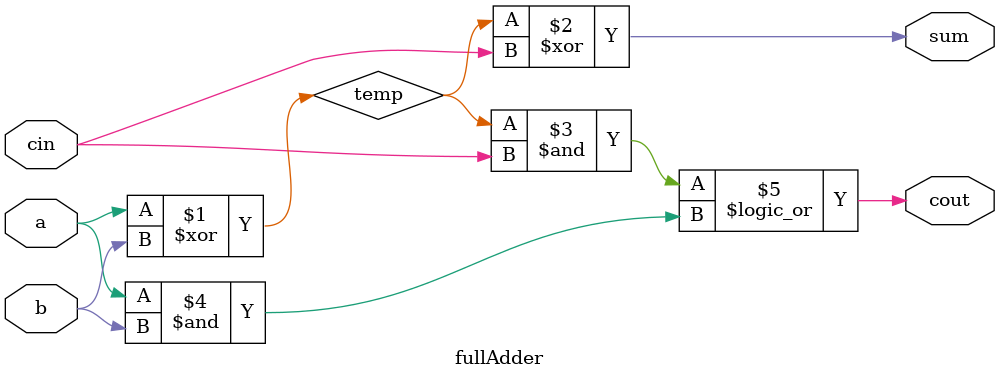
<source format=v>
module fullAdder (
    input wire  a,
    input wire  b,
    input wire cin,
    output wire sum,
    output wire cout
);
wire temp;
assign temp= a^b;

assign sum= temp ^ cin;
assign cout= (temp & cin) || a&b;
    
endmodule
</source>
